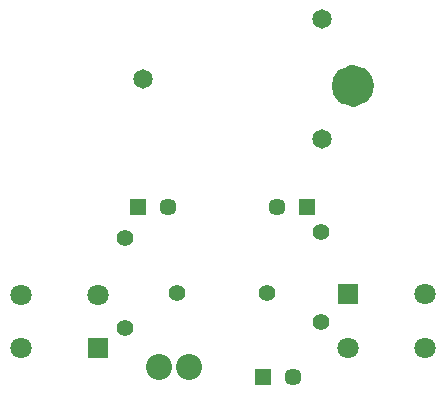
<source format=gbs>
G04*
G04 #@! TF.GenerationSoftware,Altium Limited,Altium Designer,24.6.1 (21)*
G04*
G04 Layer_Color=16711935*
%FSLAX44Y44*%
%MOMM*%
G71*
G04*
G04 #@! TF.SameCoordinates,AFD3FCCA-1615-4A8B-9115-EBC1D983F3DF*
G04*
G04*
G04 #@! TF.FilePolarity,Negative*
G04*
G01*
G75*
%ADD14C,1.8000*%
%ADD15C,1.6412*%
%ADD16R,1.8032X1.8032*%
%ADD17C,1.8032*%
%ADD18C,2.2032*%
%ADD19C,1.4032*%
%ADD20C,1.4500*%
%ADD21R,1.4500X1.4500*%
D14*
X119750Y30500D02*
G03*
X119750Y30500I-9000J0D01*
G01*
D15*
X84750Y87250D02*
D03*
Y-14750D02*
D03*
X-67250Y36250D02*
D03*
D16*
X-105000Y-191750D02*
D03*
X106500Y-146000D02*
D03*
D17*
X-170000Y-191750D02*
D03*
X-105000Y-146750D02*
D03*
X-170000D02*
D03*
X171500Y-146000D02*
D03*
X106500Y-191000D02*
D03*
X171500D02*
D03*
D18*
X-27750Y-207250D02*
D03*
X-53150D02*
D03*
D19*
X-37850Y-145000D02*
D03*
X38350D02*
D03*
X-82500Y-174100D02*
D03*
Y-97900D02*
D03*
X83750Y-169600D02*
D03*
Y-93400D02*
D03*
D20*
X60450Y-215986D02*
D03*
X-45550Y-72236D02*
D03*
X46300Y-72264D02*
D03*
D21*
X35050Y-215986D02*
D03*
X-70950Y-72236D02*
D03*
X71700Y-72264D02*
D03*
M02*

</source>
